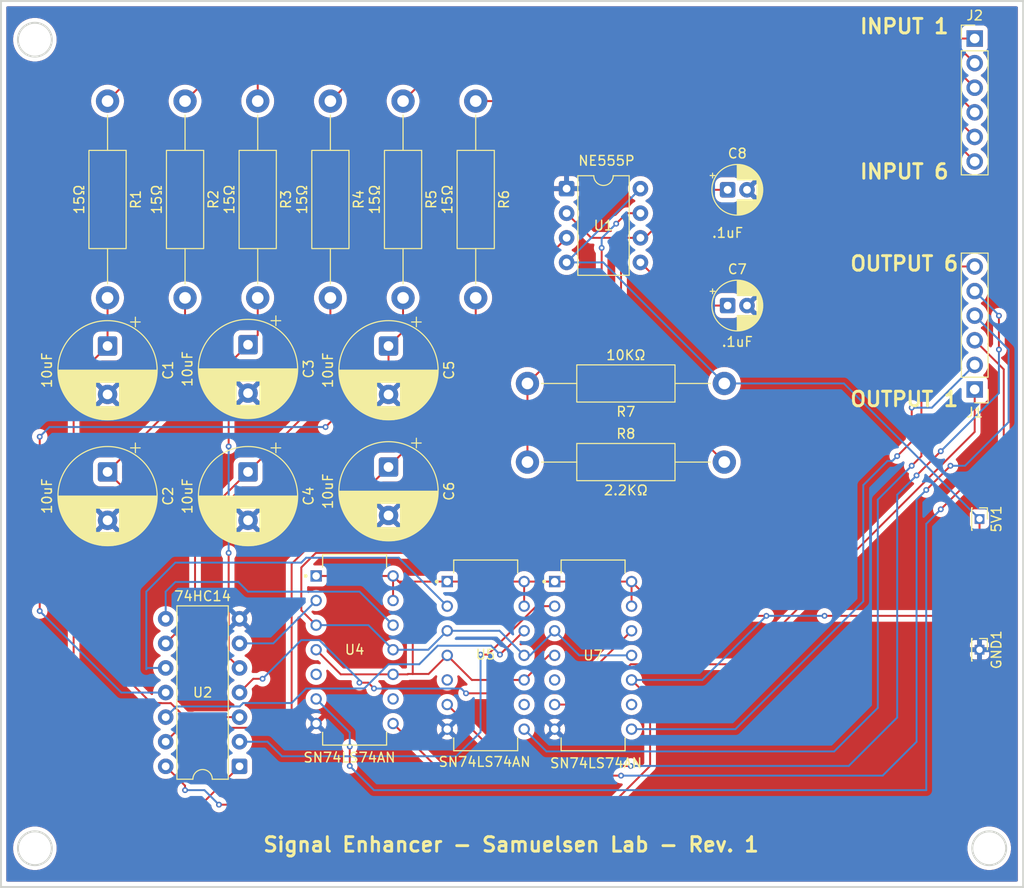
<source format=kicad_pcb>
(kicad_pcb (version 20241229) (generator "pcbnew") (generator_version "9.0")
  (layers (0 "F.Cu" signal) (2 "B.Cu" signal) (13 "F.Paste" user) (15 "B.Paste" user) (5 "F.SilkS" user "F.Silkscreen") (7 "B.SilkS" user "B.Silkscreen") (1 "F.Mask" user) (3 "B.Mask" user) (25 "Edge.Cuts" user))
  (net 0 "")
  (net 7 "Net-(U7-1D)")
  (net 8 "/5V")
  (net 9 "/GND")
  (net 10 "/OUT_6")
  (net 11 "/OUT_5")
  (net 12 "/OUT_3")
  (net 13 "/OUT_2")
  (net 14 "/OUT_1")
  (net 15 "/OUT_4")
  (net 16 "/555_CLK")
  (net 17 "Net-(U5-2D)")
  (net 18 "Net-(U7-2D)")
  (net 19 "Net-(U4-1D)")
  (net 20 "Net-(U4-2D)")
  (net 21 "Net-(U5-1D)")
  (net 22 "/IN_5")
  (net 23 "/IN_3")
  (net 24 "/IN_6")
  (net 25 "/IN_1")
  (net 26 "/IN_2")
  (net 27 "/IN_4")
  (net 28 "/SCHM_1")
  (net 29 "/SCHM_2")
  (net 30 "/SCHM_3")
  (net 31 "/SCHM_4")
  (net 32 "/SCHM_5")
  (net 33 "/SCHM_6")
  (net 34 "/pin_5")
  (net 35 "/pin_6_to_2")
  (net 36 "/r7_to_pin-7")
  (footprint "Library:SN74LS74AN" (layer "F.Cu") (at 70.5 92)
    (property "Reference" "U4" (at 0 0 0) (layer "F.SilkS"))
    (property "Value" "SN74LS74AN" (at -0.53 11.135 0) (layer "F.SilkS"))
    (pad "1" thru_hole rect (at -3.97 -7.62) (size 1.17 1.17) (drill 0.77) (layers "*.Cu" "*.Mask") (net 8 "/5V"))
    (pad "2" thru_hole circle (at -3.97 -5.08) (size 1.17 1.17) (drill 0.77) (layers "*.Cu" "*.Mask") (net 19 "Net-(U4-1D)"))
    (pad "3" thru_hole circle (at -3.97 -2.54) (size 1.17 1.17) (drill 0.77) (layers "*.Cu" "*.Mask") (net 16 "/555_CLK"))
    (pad "4" thru_hole circle (at -3.97 0) (size 1.17 1.17) (drill 0.77) (layers "*.Cu" "*.Mask") (net 8 "/5V"))
    (pad "5" thru_hole circle (at -3.97 2.54) (size 1.17 1.17) (drill 0.77) (layers "*.Cu" "*.Mask"))
    (pad "6" thru_hole circle (at -3.97 5.08) (size 1.17 1.17) (drill 0.77) (layers "*.Cu" "*.Mask") (net 12 "/OUT_3"))
    (pad "7" thru_hole circle (at -3.97 7.62) (size 1.17 1.17) (drill 0.77) (layers "*.Cu" "*.Mask") (net 9 "/GND"))
    (pad "8" thru_hole circle (at 3.97 7.62) (size 1.17 1.17) (drill 0.77) (layers "*.Cu" "*.Mask") (net 15 "/OUT_4"))
    (pad "9" thru_hole circle (at 3.97 5.08) (size 1.17 1.17) (drill 0.77) (layers "*.Cu" "*.Mask"))
    (pad "10" thru_hole circle (at 3.97 2.54) (size 1.17 1.17) (drill 0.77) (layers "*.Cu" "*.Mask") (net 8 "/5V"))
    (pad "11" thru_hole circle (at 3.97 0) (size 1.17 1.17) (drill 0.77) (layers "*.Cu" "*.Mask") (net 16 "/555_CLK"))
    (pad "12" thru_hole circle (at 3.97 -2.54) (size 1.17 1.17) (drill 0.77) (layers "*.Cu" "*.Mask") (net 20 "Net-(U4-2D)"))
    (pad "13" thru_hole circle (at 3.97 -5.08) (size 1.17 1.17) (drill 0.77) (layers "*.Cu" "*.Mask") (net 8 "/5V"))
    (pad "14" thru_hole circle (at 3.97 -7.62) (size 1.17 1.17) (drill 0.77) (layers "*.Cu" "*.Mask") (net 8 "/5V"))
  )
  (footprint "Resistor_THT:R_Axial_DIN0411_L9.9mm_D3.6mm_P20.32mm_Horizontal" (layer "F.Cu") (at 75.5 35.34 -90)
    (property "Reference" "R5" (at 10.16 -2.92 90) (layer "F.SilkS"))
    (property "Value" "15Ω" (at 10.16 2.92 90) (layer "F.SilkS"))
    (pad "1" thru_hole circle (at 0 0 270) (size 2.4 2.4) (drill 1.2) (layers "*.Cu" "*.Mask") (net 22 "/IN_5"))
    (pad "2" thru_hole circle (at 20.32 0 270) (size 2.4 2.4) (drill 1.2) (layers "*.Cu" "*.Mask") (net 32 "/SCHM_5"))
  )
  (footprint "Resistor_THT:R_Axial_DIN0411_L9.9mm_D3.6mm_P20.32mm_Horizontal" (layer "F.Cu") (at 83 35.34 -90)
    (property "Reference" "R6" (at 10.16 -2.92 90) (layer "F.SilkS"))
    (property "Value" "15Ω" (at 10.16 2.92 90) (layer "F.SilkS"))
    (pad "1" thru_hole circle (at 0 0 270) (size 2.4 2.4) (drill 1.2) (layers "*.Cu" "*.Mask") (net 24 "/IN_6"))
    (pad "2" thru_hole circle (at 20.32 0 270) (size 2.4 2.4) (drill 1.2) (layers "*.Cu" "*.Mask") (net 33 "/SCHM_6"))
  )
  (footprint "Capacitor_THT:CP_Radial_D10.0mm_P5.00mm" (layer "F.Cu") (at 59.5 60.5 -90)
    (property "Reference" "C3" (at 2.5 -6.25 90) (layer "F.SilkS"))
    (property "Value" "10uF" (at 2.5 6.25 90) (layer "F.SilkS"))
    (pad "1" thru_hole roundrect (at 0 0 270) (size 2 2) (drill 1) (layers "*.Cu" "*.Mask") (roundrect_rratio 0.125) (net 30 "/SCHM_3"))
    (pad "2" thru_hole circle (at 5 0 270) (size 2 2) (drill 1) (layers "*.Cu" "*.Mask") (net 9 "/GND"))
  )
  (footprint "Resistor_THT:R_Axial_DIN0411_L9.9mm_D3.6mm_P20.32mm_Horizontal" (layer "F.Cu") (at 45 35.34 -90)
    (property "Reference" "R1" (at 10.16 -2.92 90) (layer "F.SilkS"))
    (property "Value" "15Ω" (at 10.16 2.92 90) (layer "F.SilkS"))
    (pad "1" thru_hole circle (at 0 0 270) (size 2.4 2.4) (drill 1.2) (layers "*.Cu" "*.Mask") (net 25 "/IN_1"))
    (pad "2" thru_hole circle (at 20.32 0 270) (size 2.4 2.4) (drill 1.2) (layers "*.Cu" "*.Mask") (net 28 "/SCHM_1"))
  )
  (footprint "Package_DIP:DIP-14_W7.62mm" (layer "F.Cu") (at 58.62 104.04 180)
    (property "Reference" "U2" (at 3.805 7.62 0) (layer "F.SilkS"))
    (property "Value" "74HC14" (at 3.81 17.57 0) (layer "F.SilkS"))
    (pad "1" thru_hole roundrect (at 0 0 180) (size 1.6 1.6) (drill 0.8) (layers "*.Cu" "*.Mask") (roundrect_rratio 0.15625) (net 28 "/SCHM_1"))
    (pad "2" thru_hole circle (at 0 2.54 180) (size 1.6 1.6) (drill 0.8) (layers "*.Cu" "*.Mask") (net 7 "Net-(U7-1D)"))
    (pad "3" thru_hole circle (at 0 5.08 180) (size 1.6 1.6) (drill 0.8) (layers "*.Cu" "*.Mask") (net 29 "/SCHM_2"))
    (pad "4" thru_hole circle (at 0 7.62 180) (size 1.6 1.6) (drill 0.8) (layers "*.Cu" "*.Mask") (net 18 "Net-(U7-2D)"))
    (pad "5" thru_hole circle (at 0 10.16 180) (size 1.6 1.6) (drill 0.8) (layers "*.Cu" "*.Mask") (net 30 "/SCHM_3"))
    (pad "6" thru_hole circle (at 0 12.7 180) (size 1.6 1.6) (drill 0.8) (layers "*.Cu" "*.Mask") (net 19 "Net-(U4-1D)"))
    (pad "7" thru_hole circle (at 0 15.24 180) (size 1.6 1.6) (drill 0.8) (layers "*.Cu" "*.Mask") (net 9 "/GND"))
    (pad "8" thru_hole circle (at 7.62 15.24 180) (size 1.6 1.6) (drill 0.8) (layers "*.Cu" "*.Mask") (net 20 "Net-(U4-2D)"))
    (pad "9" thru_hole circle (at 7.62 12.7 180) (size 1.6 1.6) (drill 0.8) (layers "*.Cu" "*.Mask") (net 31 "/SCHM_4"))
    (pad "10" thru_hole circle (at 7.62 10.16 180) (size 1.6 1.6) (drill 0.8) (layers "*.Cu" "*.Mask") (net 21 "Net-(U5-1D)"))
    (pad "11" thru_hole circle (at 7.62 7.62 180) (size 1.6 1.6) (drill 0.8) (layers "*.Cu" "*.Mask") (net 32 "/SCHM_5"))
    (pad "12" thru_hole circle (at 7.62 5.08 180) (size 1.6 1.6) (drill 0.8) (layers "*.Cu" "*.Mask") (net 17 "Net-(U5-2D)"))
    (pad "13" thru_hole circle (at 7.62 2.54 180) (size 1.6 1.6) (drill 0.8) (layers "*.Cu" "*.Mask") (net 33 "/SCHM_6"))
    (pad "14" thru_hole circle (at 7.62 0 180) (size 1.6 1.6) (drill 0.8) (layers "*.Cu" "*.Mask") (net 8 "/5V"))
  )
  (footprint "Capacitor_THT:CP_Radial_D10.0mm_P5.00mm" (layer "F.Cu") (at 45 73.632323 -90)
    (property "Reference" "C2" (at 2.5 -6.25 90) (layer "F.SilkS"))
    (property "Value" "10uF" (at 2.5 6.25 90) (layer "F.SilkS"))
    (pad "1" thru_hole roundrect (at 0 0 270) (size 2 2) (drill 1) (layers "*.Cu" "*.Mask") (roundrect_rratio 0.125) (net 29 "/SCHM_2"))
    (pad "2" thru_hole circle (at 5 0 270) (size 2 2) (drill 1) (layers "*.Cu" "*.Mask") (net 9 "/GND"))
  )
  (footprint "Resistor_THT:R_Axial_DIN0411_L9.9mm_D3.6mm_P20.32mm_Horizontal" (layer "F.Cu") (at 108.66 64.5 180)
    (property "Reference" "R7" (at 10.16 -2.92 0) (layer "F.SilkS"))
    (property "Value" "10KΩ" (at 10.16 2.92 0) (layer "F.SilkS"))
    (pad "1" thru_hole circle (at 0 0 180) (size 2.4 2.4) (drill 1.2) (layers "*.Cu" "*.Mask") (net 8 "/5V"))
    (pad "2" thru_hole circle (at 20.32 0 180) (size 2.4 2.4) (drill 1.2) (layers "*.Cu" "*.Mask") (net 36 "/r7_to_pin-7"))
  )
  (footprint "Capacitor_THT:CP_Radial_D5.0mm_P2.00mm" (layer "F.Cu") (at 109 56.455112)
    (property "Reference" "C7" (at 1 -3.75 0) (layer "F.SilkS"))
    (property "Value" ".1uF" (at 1 3.75 0) (layer "F.SilkS"))
    (pad "1" thru_hole roundrect (at 0 0) (size 1.6 1.6) (drill 0.8) (layers "*.Cu" "*.Mask") (roundrect_rratio 0.15625) (net 34 "/pin_5"))
    (pad "2" thru_hole circle (at 2 0) (size 1.6 1.6) (drill 0.8) (layers "*.Cu" "*.Mask") (net 9 "/GND"))
  )
  (footprint "Capacitor_THT:CP_Radial_D5.0mm_P2.00mm" (layer "F.Cu") (at 109 44.5)
    (property "Reference" "C8" (at 1 -3.75 0) (layer "F.SilkS"))
    (property "Value" ".1uF" (at 0 4.45 0) (layer "F.SilkS"))
    (pad "1" thru_hole roundrect (at 0 0) (size 1.6 1.6) (drill 0.8) (layers "*.Cu" "*.Mask") (roundrect_rratio 0.15625) (net 35 "/pin_6_to_2"))
    (pad "2" thru_hole circle (at 2 0) (size 1.6 1.6) (drill 0.8) (layers "*.Cu" "*.Mask") (net 9 "/GND"))
  )
  (footprint "Capacitor_THT:CP_Radial_D10.0mm_P5.00mm" (layer "F.Cu") (at 59.5 73.632323 -90)
    (property "Reference" "C4" (at 2.5 -6.25 90) (layer "F.SilkS"))
    (property "Value" "10uF" (at 2.5 6.25 90) (layer "F.SilkS"))
    (pad "1" thru_hole roundrect (at 0 0 270) (size 2 2) (drill 1) (layers "*.Cu" "*.Mask") (roundrect_rratio 0.125) (net 31 "/SCHM_4"))
    (pad "2" thru_hole circle (at 5 0 270) (size 2 2) (drill 1) (layers "*.Cu" "*.Mask") (net 9 "/GND"))
  )
  (footprint "Connector_PinHeader_1.27mm:PinHeader_1x01_P1.27mm_Vertical" (layer "F.Cu") (at 135 92 -90)
    (property "Reference" "GND1" (at 0 -1.745 90) (layer "F.SilkS"))
    (property "Value" "Conn_01x01_Pin")
    (pad "1" thru_hole rect (at 0 0 270) (size 1 1) (drill 0.65) (layers "*.Cu" "*.Mask") (net 9 "/GND"))
  )
  (footprint "Connector_PinHeader_1.27mm:PinHeader_1x01_P1.27mm_Vertical" (layer "F.Cu") (at 135 78.5 -90)
    (property "Reference" "5V1" (at 0 -1.745 90) (layer "F.SilkS"))
    (property "Value" "Conn_01x01_Pin")
    (pad "1" thru_hole rect (at 0 0 270) (size 1 1) (drill 0.65) (layers "*.Cu" "*.Mask") (net 8 "/5V"))
  )
  (footprint "Connector_PinHeader_2.54mm:PinHeader_1x06_P2.54mm_Vertical" (layer "F.Cu") (at 134.5 28.88)
    (property "Reference" "J2" (at 0 -2.38 0) (layer "F.SilkS"))
    (property "Value" "Conn_01x06_Pin")
    (pad "1" thru_hole rect (at 0 0) (size 1.7 1.7) (drill 1) (layers "*.Cu" "*.Mask") (net 25 "/IN_1"))
    (pad "2" thru_hole circle (at 0 2.54) (size 1.7 1.7) (drill 1) (layers "*.Cu" "*.Mask") (net 26 "/IN_2"))
    (pad "3" thru_hole circle (at 0 5.08) (size 1.7 1.7) (drill 1) (layers "*.Cu" "*.Mask") (net 23 "/IN_3"))
    (pad "4" thru_hole circle (at 0 7.62) (size 1.7 1.7) (drill 1) (layers "*.Cu" "*.Mask") (net 27 "/IN_4"))
    (pad "5" thru_hole circle (at 0 10.16) (size 1.7 1.7) (drill 1) (layers "*.Cu" "*.Mask") (net 22 "/IN_5"))
    (pad "6" thru_hole circle (at 0 12.7) (size 1.7 1.7) (drill 1) (layers "*.Cu" "*.Mask") (net 24 "/IN_6"))
  )
  (footprint "Resistor_THT:R_Axial_DIN0411_L9.9mm_D3.6mm_P20.32mm_Horizontal" (layer "F.Cu") (at 53 35.34 -90)
    (property "Reference" "R2" (at 10.16 -2.92 90) (layer "F.SilkS"))
    (property "Value" "15Ω" (at 10.16 2.92 90) (layer "F.SilkS"))
    (pad "1" thru_hole circle (at 0 0 270) (size 2.4 2.4) (drill 1.2) (layers "*.Cu" "*.Mask") (net 26 "/IN_2"))
    (pad "2" thru_hole circle (at 20.32 0 270) (size 2.4 2.4) (drill 1.2) (layers "*.Cu" "*.Mask") (net 29 "/SCHM_2"))
  )
  (footprint "Library:SN74LS74AN" (layer "F.Cu") (at 95.115 92.58)
    (property "Reference" "U7" (at 0 0 0) (layer "F.SilkS"))
    (property "Value" "SN74LS74AN" (at 0.3 11.135 0) (layer "F.SilkS"))
    (pad "1" thru_hole rect (at -3.97 -7.62) (size 1.17 1.17) (drill 0.77) (layers "*.Cu" "*.Mask") (net 8 "/5V"))
    (pad "2" thru_hole circle (at -3.97 -5.08) (size 1.17 1.17) (drill 0.77) (layers "*.Cu" "*.Mask") (net 7 "Net-(U7-1D)"))
    (pad "3" thru_hole circle (at -3.97 -2.54) (size 1.17 1.17) (drill 0.77) (layers "*.Cu" "*.Mask") (net 16 "/555_CLK"))
    (pad "4" thru_hole circle (at -3.97 0) (size 1.17 1.17) (drill 0.77) (layers "*.Cu" "*.Mask") (net 8 "/5V"))
    (pad "5" thru_hole circle (at -3.97 2.54) (size 1.17 1.17) (drill 0.77) (layers "*.Cu" "*.Mask"))
    (pad "6" thru_hole circle (at -3.97 5.08) (size 1.17 1.17) (drill 0.77) (layers "*.Cu" "*.Mask") (net 14 "/OUT_1"))
    (pad "7" thru_hole circle (at -3.97 7.62) (size 1.17 1.17) (drill 0.77) (layers "*.Cu" "*.Mask") (net 9 "/GND"))
    (pad "8" thru_hole circle (at 3.97 7.62) (size 1.17 1.17) (drill 0.77) (layers "*.Cu" "*.Mask") (net 13 "/OUT_2"))
    (pad "9" thru_hole circle (at 3.97 5.08) (size 1.17 1.17) (drill 0.77) (layers "*.Cu" "*.Mask"))
    (pad "10" thru_hole circle (at 3.97 2.54) (size 1.17 1.17) (drill 0.77) (layers "*.Cu" "*.Mask") (net 8 "/5V"))
    (pad "11" thru_hole circle (at 3.97 0) (size 1.17 1.17) (drill 0.77) (layers "*.Cu" "*.Mask") (net 16 "/555_CLK"))
    (pad "12" thru_hole circle (at 3.97 -2.54) (size 1.17 1.17) (drill 0.77) (layers "*.Cu" "*.Mask") (net 18 "Net-(U7-2D)"))
    (pad "13" thru_hole circle (at 3.97 -5.08) (size 1.17 1.17) (drill 0.77) (layers "*.Cu" "*.Mask") (net 8 "/5V"))
    (pad "14" thru_hole circle (at 3.97 -7.62) (size 1.17 1.17) (drill 0.77) (layers "*.Cu" "*.Mask") (net 8 "/5V"))
  )
  (footprint "Resistor_THT:R_Axial_DIN0411_L9.9mm_D3.6mm_P20.32mm_Horizontal" (layer "F.Cu") (at 88.34 72.62)
    (property "Reference" "R8" (at 10.16 -2.92 0) (layer "F.SilkS"))
    (property "Value" "2.2KΩ" (at 10.16 2.92 0) (layer "F.SilkS"))
    (pad "1" thru_hole circle (at 0 0) (size 2.4 2.4) (drill 1.2) (layers "*.Cu" "*.Mask") (net 36 "/r7_to_pin-7"))
    (pad "2" thru_hole circle (at 20.32 0) (size 2.4 2.4) (drill 1.2) (layers "*.Cu" "*.Mask") (net 35 "/pin_6_to_2"))
  )
  (footprint "Capacitor_THT:CP_Radial_D10.0mm_P5.00mm" (layer "F.Cu") (at 74 73.132323 -90)
    (property "Reference" "C6" (at 2.5 -6.25 90) (layer "F.SilkS"))
    (property "Value" "10uF" (at 2.5 6.25 90) (layer "F.SilkS"))
    (pad "1" thru_hole roundrect (at 0 0 270) (size 2 2) (drill 1) (layers "*.Cu" "*.Mask") (roundrect_rratio 0.125) (net 33 "/SCHM_6"))
    (pad "2" thru_hole circle (at 5 0 270) (size 2 2) (drill 1) (layers "*.Cu" "*.Mask") (net 9 "/GND"))
  )
  (footprint "Resistor_THT:R_Axial_DIN0411_L9.9mm_D3.6mm_P20.32mm_Horizontal" (layer "F.Cu") (at 60.5 35.34 -90)
    (property "Reference" "R3" (at 10.16 -2.92 90) (layer "F.SilkS"))
    (property "Value" "15Ω" (at 10.16 2.92 90) (layer "F.SilkS"))
    (pad "1" thru_hole circle (at 0 0 270) (size 2.4 2.4) (drill 1.2) (layers "*.Cu" "*.Mask") (net 23 "/IN_3"))
    (pad "2" thru_hole circle (at 20.32 0 270) (size 2.4 2.4) (drill 1.2) (layers "*.Cu" "*.Mask") (net 30 "/SCHM_3"))
  )
  (footprint "Capacitor_THT:CP_Radial_D10.0mm_P5.00mm" (layer "F.Cu") (at 74 60.632323 -90)
    (property "Reference" "C5" (at 2.5 -6.25 90) (layer "F.SilkS"))
    (property "Value" "10uF" (at 2.5 6.25 90) (layer "F.SilkS"))
    (pad "1" thru_hole roundrect (at 0 0 270) (size 2 2) (drill 1) (layers "*.Cu" "*.Mask") (roundrect_rratio 0.125) (net 32 "/SCHM_5"))
    (pad "2" thru_hole circle (at 5 0 270) (size 2 2) (drill 1) (layers "*.Cu" "*.Mask") (net 9 "/GND"))
  )
  (footprint "Connector_PinHeader_2.54mm:PinHeader_1x06_P2.54mm_Vertical" (layer "F.Cu") (at 134.5 65.12 180)
    (property "Reference" "J1" (at 0 -2.38 0) (layer "F.SilkS"))
    (property "Value" "Conn_01x06_Pin")
    (pad "1" thru_hole rect (at 0 0 180) (size 1.7 1.7) (drill 1) (layers "*.Cu" "*.Mask") (net 14 "/OUT_1"))
    (pad "2" thru_hole circle (at 0 2.54 180) (size 1.7 1.7) (drill 1) (layers "*.Cu" "*.Mask") (net 13 "/OUT_2"))
    (pad "3" thru_hole circle (at 0 5.08 180) (size 1.7 1.7) (drill 1) (layers "*.Cu" "*.Mask") (net 12 "/OUT_3"))
    (pad "4" thru_hole circle (at 0 7.62 180) (size 1.7 1.7) (drill 1) (layers "*.Cu" "*.Mask") (net 15 "/OUT_4"))
    (pad "5" thru_hole circle (at 0 10.16 180) (size 1.7 1.7) (drill 1) (layers "*.Cu" "*.Mask") (net 11 "/OUT_5"))
    (pad "6" thru_hole circle (at 0 12.7 180) (size 1.7 1.7) (drill 1) (layers "*.Cu" "*.Mask") (net 10 "/OUT_6"))
  )
  (footprint "Library:SN74LS74AN" (layer "F.Cu") (at 84.03 92.58)
    (property "Reference" "U5" (at -0.03 -0.08 0) (layer "F.SilkS"))
    (property "Value" "SN74LS74AN" (at -0.115 11 0) (layer "F.SilkS"))
    (pad "1" thru_hole rect (at -3.97 -7.62) (size 1.17 1.17) (drill 0.77) (layers "*.Cu" "*.Mask") (net 8 "/5V"))
    (pad "2" thru_hole circle (at -3.97 -5.08) (size 1.17 1.17) (drill 0.77) (layers "*.Cu" "*.Mask") (net 21 "Net-(U5-1D)"))
    (pad "3" thru_hole circle (at -3.97 -2.54) (size 1.17 1.17) (drill 0.77) (layers "*.Cu" "*.Mask") (net 16 "/555_CLK"))
    (pad "4" thru_hole circle (at -3.97 0) (size 1.17 1.17) (drill 0.77) (layers "*.Cu" "*.Mask") (net 8 "/5V"))
    (pad "5" thru_hole circle (at -3.97 2.54) (size 1.17 1.17) (drill 0.77) (layers "*.Cu" "*.Mask"))
    (pad "6" thru_hole circle (at -3.97 5.08) (size 1.17 1.17) (drill 0.77) (layers "*.Cu" "*.Mask") (net 11 "/OUT_5"))
    (pad "7" thru_hole circle (at -3.97 7.62) (size 1.17 1.17) (drill 0.77) (layers "*.Cu" "*.Mask") (net 9 "/GND"))
    (pad "8" thru_hole circle (at 3.97 7.62) (size 1.17 1.17) (drill 0.77) (layers "*.Cu" "*.Mask") (net 10 "/OUT_6"))
    (pad "9" thru_hole circle (at 3.97 5.08) (size 1.17 1.17) (drill 0.77) (layers "*.Cu" "*.Mask"))
    (pad "10" thru_hole circle (at 3.97 2.54) (size 1.17 1.17) (drill 0.77) (layers "*.Cu" "*.Mask") (net 8 "/5V"))
    (pad "11" thru_hole circle (at 3.97 0) (size 1.17 1.17) (drill 0.77) (layers "*.Cu" "*.Mask") (net 16 "/555_CLK"))
    (pad "12" thru_hole circle (at 3.97 -2.54) (size 1.17 1.17) (drill 0.77) (layers "*.Cu" "*.Mask") (net 17 "Net-(U5-2D)"))
    (pad "13" thru_hole circle (at 3.97 -5.08) (size 1.17 1.17) (drill 0.77) (layers "*.Cu" "*.Mask") (net 8 "/5V"))
    (pad "14" thru_hole circle (at 3.97 -7.62) (size 1.17 1.17) (drill 0.77) (layers "*.Cu" "*.Mask") (net 8 "/5V"))
  )
  (footprint "Package_DIP:DIP-8_W7.62mm" (layer "F.Cu") (at 92.38 44.38)
    (property "Reference" "U1" (at 3.805 3.81 0) (layer "F.SilkS"))
    (property "Value" "NE555P" (at 4.12 -2.88 0) (layer "F.SilkS"))
    (pad "1" thru_hole roundrect (at 0 0) (size 1.6 1.6) (drill 0.8) (layers "*.Cu" "*.Mask") (roundrect_rratio 0.15625) (net 9 "/GND"))
    (pad "2" thru_hole circle (at 0 2.54) (size 1.6 1.6) (drill 0.8) (layers "*.Cu" "*.Mask") (net 35 "/pin_6_to_2"))
    (pad "3" thru_hole circle (at 0 5.08) (size 1.6 1.6) (drill 0.8) (layers "*.Cu" "*.Mask") (net 16 "/555_CLK"))
    (pad "4" thru_hole circle (at 0 7.62) (size 1.6 1.6) (drill 0.8) (layers "*.Cu" "*.Mask") (net 8 "/5V"))
    (pad "5" thru_hole circle (at 7.62 7.62) (size 1.6 1.6) (drill 0.8) (layers "*.Cu" "*.Mask") (net 34 "/pin_5"))
    (pad "6" thru_hole circle (at 7.62 5.08) (size 1.6 1.6) (drill 0.8) (layers "*.Cu" "*.Mask") (net 35 "/pin_6_to_2"))
    (pad "7" thru_hole circle (at 7.62 2.54) (size 1.6 1.6) (drill 0.8) (layers "*.Cu" "*.Mask") (net 36 "/r7_to_pin-7"))
    (pad "8" thru_hole circle (at 7.62 0) (size 1.6 1.6) (drill 0.8) (layers "*.Cu" "*.Mask") (net 8 "/5V"))
  )
  (footprint "Capacitor_THT:CP_Radial_D10.0mm_P5.00mm" (layer "F.Cu") (at 45 60.632323 -90)
    (property "Reference" "C1" (at 2.5 -6.25 90) (layer "F.SilkS"))
    (property "Value" "10uF" (at 2.5 6.25 90) (layer "F.SilkS"))
    (pad "1" thru_hole roundrect (at 0 0 270) (size 2 2) (drill 1) (layers "*.Cu" "*.Mask") (roundrect_rratio 0.125) (net 28 "/SCHM_1"))
    (pad "2" thru_hole circle (at 5 0 270) (size 2 2) (drill 1) (layers "*.Cu" "*.Mask") (net 9 "/GND"))
  )
  (footprint "Resistor_THT:R_Axial_DIN0411_L9.9mm_D3.6mm_P20.32mm_Horizontal" (layer "F.Cu") (at 68 35.34 -90)
    (property "Reference" "R4" (at 10.16 -2.92 90) (layer "F.SilkS"))
    (property "Value" "15Ω" (at 10.16 2.92 90) (layer "F.SilkS"))
    (pad "1" thru_hole circle (at 0 0 270) (size 2.4 2.4) (drill 1.2) (layers "*.Cu" "*.Mask") (net 27 "/IN_4"))
    (pad "2" thru_hole circle (at 20.32 0 270) (size 2.4 2.4) (drill 1.2) (layers "*.Cu" "*.Mask") (net 31 "/SCHM_4"))
  )
  (gr_circle (center 37.5 29) (end 39.25 29) (stroke (width 0.2)) (fill no) (layer "Edge.Cuts"))
  (gr_line (start 139.5 25) (end 34 25) (stroke (width 0.2)) (layer "Edge.Cuts"))
  (gr_circle (center 37.5 112.5) (end 39.25 112.5) (stroke (width 0.2)) (fill no) (layer "Edge.Cuts"))
  (gr_circle (center 136 112.5) (end 137.75 112.5) (stroke (width 0.2)) (fill no) (layer "Edge.Cuts"))
  (gr_line (start 139.5 116.5) (end 139.5 25) (stroke (width 0.2)) (layer "Edge.Cuts"))
  (gr_line (start 34 25) (end 34 116.5) (stroke (width 0.2)) (layer "Edge.Cuts"))
  (gr_line (start 34 116.5) (end 139.5 116.5) (stroke (width 0.2)) (layer "Edge.Cuts"))
  (gr_text "INPUT 6" (at 122.5 43.5 0) (layer "F.SilkS") (effects (font (size 1.5 1.5) (thickness 0.3) (bold yes)) (justify left bottom)))
  (gr_text "Signal Enhancer - Samuelsen Lab - Rev. 1" (at 60.914287 113 0) (layer "F.SilkS") (effects (font (size 1.5 1.5) (thickness 0.3) (bold yes)) (justify left bottom)))
  (gr_text "OUTPUT 1 " (at 121.5 67 0) (layer "F.SilkS") (effects (font (size 1.5 1.5) (thickness 0.3) (bold yes)) (justify left bottom)))
  (gr_text "OUTPUT 6" (at 121.5 53 0) (layer "F.SilkS") (effects (font (size 1.5 1.5) (thickness 0.3) (bold yes)) (justify left bottom)))
  (gr_text "INPUT 1 " (at 122.5 28.5 0) (layer "F.SilkS") (effects (font (size 1.5 1.5) (thickness 0.3) (bold yes)) (justify left bottom)))
  (segment (start 83.5 92.5) (end 84.252994 92.5) (width 0.2) (layer "F.Cu") (net 7))
  (segment (start 84.252994 92.5) (end 89.252994 87.5) (width 0.2) (layer "F.Cu") (net 7))
  (segment (start 89.252994 87.5) (end 91.145 87.5) (width 0.2) (layer "F.Cu") (net 7))
  (via (at 83.5 92.5) (size 0.6) (drill 0.3) (layers "F.Cu" "B.Cu") (net 7))
  (segment (start 83 101) (end 83.5 100.5) (width 0.2) (layer "B.Cu") (net 7))
  (segment (start 83.5 100.5) (end 83.5 92.5) (width 0.2) (layer "B.Cu") (net 7))
  (segment (start 61.5 101.5) (end 63 103) (width 0.2) (layer "B.Cu") (net 7))
  (segment (start 58.62 101.5) (end 61.5 101.5) (width 0.2) (layer "B.Cu") (net 7))
  (segment (start 81 103) (end 83 101) (width 0.2) (layer "B.Cu") (net 7))
  (segment (start 63 103) (end 81 103) (width 0.2) (layer "B.Cu") (net 7))
  (segment (start 74.47 84.38) (end 74.47 86.92) (width 0.2) (layer "F.Cu") (net 8))
  (segment (start 113 88.5) (end 102.625 88.5) (width 0.2) (layer "F.Cu") (net 8))
  (segment (start 69.07 94.54) (end 66.53 92) (width 0.2) (layer "F.Cu") (net 8))
  (segment (start 135 78.5) (end 135 84.5) (width 0.2) (layer "F.Cu") (net 8))
  (segment (start 66.53 84.38) (end 74.47 84.38) (width 0.2) (layer "F.Cu") (net 8))
  (segment (start 80.06 84.96) (end 88 84.96) (width 0.2) (layer "F.Cu") (net 8))
  (segment (start 101 97) (end 100.965 97) (width 0.2) (layer "F.Cu") (net 8))
  (segment (start 78.14 94.5) (end 76.5 94.5) (width 0.2) (layer "F.Cu") (net 8))
  (segment (start 88 95.12) (end 90.54 92.58) (width 0.2) (layer "F.Cu") (net 8))
  (segment (start 74.47 94.54) (end 69.07 94.54) (width 0.2) (layer "F.Cu") (net 8))
  (segment (start 80.06 92.58) (end 78.14 94.5) (width 0.2) (layer "F.Cu") (net 8))
  (segment (start 75.96 94.54) (end 74.47 94.54) (width 0.2) (layer "F.Cu") (net 8))
  (segment (start 99.085 87.5) (end 99.085 84.96) (width 0.2) (layer "F.Cu") (net 8))
  (segment (start 90.54 92.58) (end 91.145 92.58) (width 0.2) (layer "F.Cu") (net 8))
  (segment (start 88 84.96) (end 91.145 84.96) (width 0.2) (layer "F.Cu") (net 8))
  (segment (start 56.5 108) (end 97 108) (width 0.2) (layer "F.Cu") (net 8))
  (segment (start 88 87.5) (end 88 84.96) (width 0.2) (layer "F.Cu") (net 8))
  (segment (start 131 88.5) (end 119 88.5) (width 0.2) (layer "F.Cu") (net 8))
  (segment (start 53 106.04) (end 53 106.5) (width 0.2) (layer "F.Cu") (net 8))
  (segment (start 135 84.5) (end 131 88.5) (width 0.2) (layer "F.Cu") (net 8))
  (segment (start 75.05 84.96) (end 74.47 84.38) (width 0.2) (layer "F.Cu") (net 8))
  (segment (start 74.47 84.38) (end 76.5 86.41) (width 0.2) (layer "F.Cu") (net 8))
  (segment (start 100.965 97) (end 99.085 95.12) (width 0.2) (layer "F.Cu") (net 8))
  (segment (start 97 108) (end 101 104) (width 0.2) (layer "F.Cu") (net 8))
  (segment (start 88 95.12) (end 82.6 95.12) (width 0.2) (layer "F.Cu") (net 8))
  (segment (start 101 104) (end 101 97) (width 0.2) (layer "F.Cu") (net 8))
  (segment (start 82.6 95.12) (end 80.06 92.58) (width 0.2) (layer "F.Cu") (net 8))
  (segment (start 76.5 94.5) (end 76 94.5) (width 0.2) (layer "F.Cu") (net 8))
  (segment (start 102.625 88.5) (end 99.085 84.96) (width 0.2) (layer "F.Cu") (net 8))
  (segment (start 80.06 84.96) (end 75.05 84.96) (width 0.2) (layer "F.Cu") (net 8))
  (segment (start 76.5 86.41) (end 76.5 94.5) (width 0.2) (layer "F.Cu") (net 8))
  (segment (start 51 104.04) (end 53 106.04) (width 0.2) (layer "F.Cu") (net 8))
  (segment (start 76 94.5) (end 75.96 94.54) (width 0.2) (layer "F.Cu") (net 8))
  (segment (start 91.145 84.96) (end 99.085 84.96) (width 0.2) (layer "F.Cu") (net 8))
  (via (at 119 88.5) (size 0.6) (drill 0.3) (layers "F.Cu" "B.Cu") (net 8))
  (via (at 113 88.5) (size 0.6) (drill 0.3) (layers "F.Cu" "B.Cu") (net 8))
  (via (at 53 106.5) (size 0.6) (drill 0.3) (layers "F.Cu" "B.Cu") (net 8))
  (via (at 56.5 108) (size 0.6) (drill 0.3) (layers "F.Cu" "B.Cu") (net 8))
  (segment (start 121 64.5) (end 135 78.5) (width 0.2) (layer "B.Cu") (net 8))
  (segment (start 108.66 64.5) (end 121 64.5) (width 0.2) (layer "B.Cu") (net 8))
  (segment (start 106.38 95.12) (end 113 88.5) (width 0.2) (layer "B.Cu") (net 8))
  (segment (start 99.085 95.12) (end 106.38 95.12) (width 0.2) (layer "B.Cu") (net 8))
  (segment (start 55 106.5) (end 56.5 108) (width 0.2) (layer "B.Cu") (net 8))
  (segment (start 53 106.5) (end 55 106.5) (width 0.2) (layer "B.Cu") (net 8))
  (segment (start 96.16 52) (end 108.66 64.5) (width 0.2) (layer "B.Cu") (net 8))
  (segment (start 92.38 52) (end 96.16 52) (width 0.2) (layer "B.Cu") (net 8))
  (segment (start 119 88.5) (end 113 88.5) (width 0.2) (layer "B.Cu") (net 8))
  (segment (start 100 44.38) (end 92.38 52) (width 0.2) (layer "B.Cu") (net 8))
  (segment (start 128 73) (end 129 72) (width 0.2) (layer "F.Cu") (net 10))
  (segment (start 130.58 52.42) (end 134.5 52.42) (width 0.2) (layer "F.Cu") (net 10))
  (segment (start 129 72) (end 129 54) (width 0.2) (layer "F.Cu") (net 10))
  (segment (start 129 54) (end 130.58 52.42) (width 0.2) (layer "F.Cu") (net 10))
  (via (at 128 73) (size 0.6) (drill 0.3) (layers "F.Cu" "B.Cu") (net 10))
  (segment (start 124 98.5) (end 124.5 98) (width 0.2) (layer "B.Cu") (net 10))
  (segment (start 90.3 102.5) (end 106.5 102.5) (width 0.2) (layer "B.Cu") (net 10))
  (segment (start 124.5 76.5) (end 128 73) (width 0.2) (layer "B.Cu") (net 10))
  (segment (start 120 102.5) (end 124 98.5) (width 0.2) (layer "B.Cu") (net 10))
  (segment (start 88 100.2) (end 90.3 102.5) (width 0.2) (layer "B.Cu") (net 10))
  (segment (start 124.5 98) (end 124.5 78) (width 0.2) (layer "B.Cu") (net 10))
  (segment (start 124.5 78) (end 124.5 76.5) (width 0.2) (layer "B.Cu") (net 10))
  (segment (start 106.5 102.5) (end 120 102.5) (width 0.2) (layer "B.Cu") (net 10))
  (segment (start 86.4 104) (end 99 104) (width 0.2) (layer "F.Cu") (net 11))
  (segment (start 137 61) (end 137 57.5) (width 0.2) (layer "F.Cu") (net 11))
  (segment (start 80.06 97.66) (end 86.4 104) (width 0.2) (layer "F.Cu") (net 11))
  (segment (start 128.5 74) (end 131 71.5) (width 0.2) (layer "F.Cu") (net 11))
  (via (at 99 104) (size 0.6) (drill 0.3) (layers "F.Cu" "B.Cu") (net 11))
  (via (at 137 61) (size 0.6) (drill 0.3) (layers "F.Cu" "B.Cu") (net 11))
  (via (at 131 71.5) (size 0.6) (drill 0.3) (layers "F.Cu" "B.Cu") (net 11))
  (via (at 137 57.5) (size 0.6) (drill 0.3) (layers "F.Cu" "B.Cu") (net 11))
  (via (at 128.5 74) (size 0.6) (drill 0.3) (layers "F.Cu" "B.Cu") (net 11))
  (segment (start 126.5 99) (end 126.5 76.5) (width 0.2) (layer "B.Cu") (net 11))
  (segment (start 126.5 76) (end 128.5 74) (width 0.2) (layer "B.Cu") (net 11))
  (segment (start 99 104) (end 121.5 104) (width 0.2) (layer "B.Cu") (net 11))
  (segment (start 137 65.5) (end 137 61) (width 0.2) (layer "B.Cu") (net 11))
  (segment (start 137 57.46) (end 134.5 54.96) (width 0.2) (layer "B.Cu") (net 11))
  (segment (start 121.5 104) (end 126 99.5) (width 0.2) (layer "B.Cu") (net 11))
  (segment (start 131 71.5) (end 137 65.5) (width 0.2) (layer "B.Cu") (net 11))
  (segment (start 126.5 76.5) (end 126.5 76) (width 0.2) (layer "B.Cu") (net 11))
  (segment (start 126 99.5) (end 126.5 99) (width 0.2) (layer "B.Cu") (net 11))
  (segment (start 137 57.5) (end 137 57.46) (width 0.2) (layer "B.Cu") (net 11))
  (segment (start 137.5 73) (end 137.5 63.04) (width 0.2) (layer "F.Cu") (net 12))
  (segment (start 137.5 63.04) (end 134.5 60.04) (width 0.2) (layer "F.Cu") (net 12))
  (segment (start 70 102) (end 70 104) (width 0.2) (layer "F.Cu") (net 12))
  (segment (start 134.5 74) (end 136.5 74) (width 0.2) (layer "F.Cu") (net 12))
  (segment (start 131 77.5) (end 134.5 74) (width 0.2) (layer "F.Cu") (net 12))
  (segment (start 136.5 74) (end 137.5 73) (width 0.2) (layer "F.Cu") (net 12))
  (via (at 70 104) (size 0.6) (drill 0.3) (layers "F.Cu" "B.Cu") (net 12))
  (via (at 70 102) (size 0.6) (drill 0.3) (layers "F.Cu" "B.Cu") (net 12))
  (via (at 131 77.5) (size 0.6) (drill 0.3) (layers "F.Cu" "B.Cu") (net 12))
  (segment (start 129.5 106.5) (end 129.5 79) (width 0.2) (layer "B.Cu") (net 12))
  (segment (start 70 104) (end 72.5 106.5) (width 0.2) (layer "B.Cu") (net 12))
  (segment (start 66.53 97.08) (end 70 100.55) (width 0.2) (layer "B.Cu") (net 12))
  (segment (start 129.5 79) (end 131 77.5) (width 0.2) (layer "B.Cu") (net 12))
  (segment (start 72.5 106.5) (end 129.5 106.5) (width 0.2) (layer "B.Cu") (net 12))
  (segment (start 70 100.55) (end 70 102) (width 0.2) (layer "B.Cu") (net 12))
  (segment (start 128 70.5) (end 128 67) (width 0.2) (layer "F.Cu") (net 13))
  (segment (start 126.5 72) (end 128 70.5) (width 0.2) (layer "F.Cu") (net 13))
  (via (at 126.5 72) (size 0.6) (drill 0.3) (layers "F.Cu" "B.Cu") (net 13))
  (via (at 128 67) (size 0.6) (drill 0.3) (layers "F.Cu" "B.Cu") (net 13))
  (segment (start 125.5 72.5) (end 126 72.5) (width 0.2) (layer "B.Cu") (net 13))
  (segment (start 130.08 67) (end 134.5 62.58) (width 0.2) (layer "B.Cu") (net 13))
  (segment (start 120 90) (end 123 87) (width 0.2) (layer "B.Cu") (net 13))
  (segment (start 99.085 100.2) (end 109.8 100.2) (width 0.2) (layer "B.Cu") (net 13))
  (segment (start 123 87) (end 123 75) (width 0.2) (layer "B.Cu") (net 13))
  (segment (start 128 67) (end 130.08 67) (width 0.2) (layer "B.Cu") (net 13))
  (segment (start 123 75) (end 125.5 72.5) (width 0.2) (layer "B.Cu") (net 13))
  (segment (start 126 72.5) (end 126.5 72) (width 0.2) (layer "B.Cu") (net 13))
  (segment (start 109.8 100.2) (end 120 90) (width 0.2) (layer "B.Cu") (net 13))
  (segment (start 94.84 97.66) (end 99 93.5) (width 0.2) (layer "F.Cu") (net 14))
  (segment (start 111.5 93.5) (end 111.5 92.5) (width 0.2) (layer "F.Cu") (net 14))
  (segment (start 91.145 97.66) (end 94.84 97.66) (width 0.2) (layer "F.Cu") (net 14))
  (segment (start 99 93.5) (end 111.5 93.5) (width 0.2) (layer "F.Cu") (net 14))
  (segment (start 134.5 69.5) (end 134.5 65.12) (width 0.2) (layer "F.Cu") (net 14))
  (segment (start 111.5 92.5) (end 134.5 69.5) (width 0.2) (layer "F.Cu") (net 14))
  (segment (start 79.85 105) (end 98 105) (width 0.2) (layer "F.Cu") (net 15))
  (segment (start 129.5 75.5) (end 132 73) (width 0.2) (layer "F.Cu") (net 15))
  (segment (start 74.47 99.62) (end 79.85 105) (width 0.2) (layer "F.Cu") (net 15))
  (via (at 132 73) (size 0.6) (drill 0.3) (layers "F.Cu" "B.Cu") (net 15))
  (via (at 98 105) (size 0.6) (drill 0.3) (layers "F.Cu" "B.Cu") (net 15))
  (via (at 129.5 75.5) (size 0.6) (drill 0.3) (layers "F.Cu" "B.Cu") (net 15))
  (segment (start 128.5 101.5) (end 128.5 76.5) (width 0.2) (layer "B.Cu") (net 15))
  (segment (start 138 68.5) (end 138 61) (width 0.2) (layer "B.Cu") (net 15))
  (segment (start 128.5 76.5) (end 129.5 75.5) (width 0.2) (layer "B.Cu") (net 15))
  (segment (start 125 105) (end 126.5 103.5) (width 0.2) (layer "B.Cu") (net 15))
  (segment (start 98 105) (end 125 105) (width 0.2) (layer "B.Cu") (net 15))
  (segment (start 132 73) (end 133.5 73) (width 0.2) (layer "B.Cu") (net 15))
  (segment (start 126.5 103.5) (end 128.5 101.5) (width 0.2) (layer "B.Cu") (net 15))
  (segment (start 133.5 73) (end 138 68.5) (width 0.2) (layer "B.Cu") (net 15))
  (segment (start 138 61) (end 134.5 57.5) (width 0.2) (layer "B.Cu") (net 15))
  (segment (start 85.5 74.5) (end 78 82) (width 0.2) (layer "F.Cu") (net 16))
  (segment (start 65 87.93) (end 66.53 89.46) (width 0.2) (layer "F.Cu") (net 16))
  (segment (start 66.5 82) (end 65 83.5) (width 0.2) (layer "F.Cu") (net 16))
  (segment (start 92.38 49.46) (end 85.5 56.34) (width 0.2) (layer "F.Cu") (net 16))
  (segment (start 65 83.5) (end 65 87.93) (width 0.2) (layer "F.Cu") (net 16))
  (segment (start 85.5 56.34) (end 85.5 74.5) (width 0.2) (layer "F.Cu") (net 16))
  (segment (start 78 82) (end 66.5 82) (width 0.2) (layer "F.Cu") (net 16))
  (segment (start 88 92.58) (end 88.605 92.58) (width 0.2) (layer "B.Cu") (net 16))
  (segment (start 80.06 90.04) (end 85.46 90.04) (width 0.2) (layer "B.Cu") (net 16))
  (segment (start 71.93 89.46) (end 74.47 92) (width 0.2) (layer "B.Cu") (net 16))
  (segment (start 91.145 90.04) (end 93.685 92.58) (width 0.2) (layer "B.Cu") (net 16))
  (segment (start 66.53 89.46) (end 71.93 89.46) (width 0.2) (layer "B.Cu") (net 16))
  (segment (start 85.46 90.04) (end 88 92.58) (width 0.2) (layer "B.Cu") (net 16))
  (segment (start 88.605 92.58) (end 91.145 90.04) (width 0.2) (layer "B.Cu") (net 16))
  (segment (start 74.47 92) (end 78.1 92) (width 0.2) (layer "B.Cu") (net 16))
  (segment (start 78.1 92) (end 80.06 90.04) (width 0.2) (layer "B.Cu") (net 16))
  (segment (start 93.685 92.58) (end 99.085 92.58) (width 0.2) (layer "B.Cu") (net 16))
  (segment (start 85.5 92.5) (end 86 92) (width 0.2) (layer "F.Cu") (net 17))
  (segment (start 86 92) (end 86.04 92) (width 0.2) (layer "F.Cu") (net 17))
  (segment (start 86.04 92) (end 88 90.04) (width 0.2) (layer "F.Cu") (net 17))
  (via (at 85.5 92.5) (size 0.6) (drill 0.3) (layers "F.Cu" "B.Cu") (net 17))
  (segment (start 59 97.5) (end 64 97.5) (width 0.2) (layer "B.Cu") (net 17))
  (segment (start 77.1671 93.5) (end 79.08355 91.58355) (width 0.2) (layer "B.Cu") (net 17))
  (segment (start 58.641 97.859) (end 59 97.5) (width 0.2) (layer "B.Cu") (net 17))
  (segment (start 65.5 96) (end 71.5 96) (width 0.2) (layer "B.Cu") (net 17))
  (segment (start 64 97.5) (end 65.5 96) (width 0.2) (layer "B.Cu") (net 17))
  (segment (start 51 98.96) (end 52.101 97.859) (width 0.2) (layer "B.Cu") (net 17))
  (segment (start 74 93.5) (end 77.1671 93.5) (width 0.2) (layer "B.Cu") (net 17))
  (segment (start 52.101 97.859) (end 58.641 97.859) (width 0.2) (layer "B.Cu") (net 17))
  (segment (start 71.5 96) (end 74 93.5) (width 0.2) (layer "B.Cu") (net 17))
  (segment (start 79.08355 91.58355) (end 84.58355 91.58355) (width 0.2) (layer "B.Cu") (net 17))
  (segment (start 84.58355 91.58355) (end 85.5 92.5) (width 0.2) (layer "B.Cu") (net 17))
  (segment (start 71.9 95.4) (end 72.5 96) (width 0.2) (layer "F.Cu") (net 18))
  (segment (start 58.62 96.42) (end 60.04 95) (width 0.2) (layer "F.Cu") (net 18))
  (segment (start 82 96.5) (end 93 96.5) (width 0.2) (layer "F.Cu") (net 18))
  (segment (start 60.04 95) (end 61 95) (width 0.2) (layer "F.Cu") (net 18))
  (segment (start 95.5 94) (end 95.5 93.625) (width 0.2) (layer "F.Cu") (net 18))
  (segment (start 95.5 93.625) (end 99.085 90.04) (width 0.2) (layer "F.Cu") (net 18))
  (segment (start 71 95.4) (end 71.9 95.4) (width 0.2) (layer "F.Cu") (net 18))
  (segment (start 93 96.5) (end 95.5 94) (width 0.2) (layer "F.Cu") (net 18))
  (via (at 61 95) (size 0.6) (drill 0.3) (layers "F.Cu" "B.Cu") (net 18))
  (via (at 72.5 96) (size 0.6) (drill 0.3) (layers "F.Cu" "B.Cu") (net 18))
  (via (at 82 96.5) (size 0.6) (drill 0.3) (layers "F.Cu" "B.Cu") (net 18))
  (via (at 71 95.4) (size 0.6) (drill 0.3) (layers "F.Cu" "B.Cu") (net 18))
  (segment (start 65.5 91) (end 66.86 91) (width 0.2) (layer "B.Cu") (net 18))
  (segment (start 81.506 96.006) (end 82 96.5) (width 0.2) (layer "B.Cu") (net 18))
  (segment (start 72.5 96) (end 72.506 96.006) (width 0.2) (layer "B.Cu") (net 18))
  (segment (start 71 95.14) (end 71 95.4) (width 0.2) (layer "B.Cu") (net 18))
  (segment (start 65 91) (end 65.5 91) (width 0.2) (layer "B.Cu") (net 18))
  (segment (start 61 95) (end 65 91) (width 0.2) (layer "B.Cu") (net 18))
  (segment (start 66.86 91) (end 71 95.14) (width 0.2) (layer "B.Cu") (net 18))
  (segment (start 72.506 96.006) (end 81.506 96.006) (width 0.2) (layer "B.Cu") (net 18))
  (segment (start 62.11 91.34) (end 66.53 86.92) (width 0.2) (layer "B.Cu") (net 19))
  (segment (start 58.62 91.34) (end 62.11 91.34) (width 0.2) (layer "B.Cu") (net 19))
  (segment (start 51 88.8) (end 51 86) (width 0.2) (layer "B.Cu") (net 20))
  (segment (start 52 85) (end 58.5 85) (width 0.2) (layer "B.Cu") (net 20))
  (segment (start 59.5 86) (end 71.01 86) (width 0.2) (layer "B.Cu") (net 20))
  (segment (start 71.01 86) (end 74.47 89.46) (width 0.2) (layer "B.Cu") (net 20))
  (segment (start 51 86) (end 52 85) (width 0.2) (layer "B.Cu") (net 20))
  (segment (start 58.5 85) (end 59.5 86) (width 0.2) (layer "B.Cu") (net 20))
  (segment (start 52 83) (end 65 83) (width 0.2) (layer "B.Cu") (net 21))
  (segment (start 49 86) (end 52 83) (width 0.2) (layer "B.Cu") (net 21))
  (segment (start 65.5 82.5) (end 75.06 82.5) (width 0.2) (layer "B.Cu") (net 21))
  (segment (start 49 94) (end 49 86) (width 0.2) (layer "B.Cu") (net 21))
  (segment (start 51 93.88) (end 49.12 93.88) (width 0.2) (layer "B.Cu") (net 21))
  (segment (start 49.12 93.88) (end 49 94) (width 0.2) (layer "B.Cu") (net 21))
  (segment (start 75.06 82.5) (end 80.06 87.5) (width 0.2) (layer "B.Cu") (net 21))
  (segment (start 65 83) (end 65.5 82.5) (width 0.2) (layer "B.Cu") (net 21))
  (segment (start 128.96 33.5) (end 134.5 39.04) (width 0.2) (layer "F.Cu") (net 22))
  (segment (start 77.34 33.5) (end 128.96 33.5) (width 0.2) (layer "F.Cu") (net 22))
  (segment (start 75.5 35.34) (end 77.34 33.5) (width 0.2) (layer "F.Cu") (net 22))
  (segment (start 60.5 33) (end 61.5 32) (width 0.2) (layer "F.Cu") (net 23))
  (segment (start 132.54 32) (end 134.5 33.96) (width 0.2) (layer "F.Cu") (net 23))
  (segment (start 60.5 35.34) (end 60.5 33) (width 0.2) (layer "F.Cu") (net 23))
  (segment (start 61.5 32) (end 132.54 32) (width 0.2) (layer "F.Cu") (net 23))
  (segment (start 83 35.34) (end 121.84 35.34) (width 0.2) (layer "F.Cu") (net 24))
  (segment (start 121.84 35.34) (end 123.5 37) (width 0.2) (layer "F.Cu") (net 24))
  (segment (start 129.92 37) (end 134.5 41.58) (width 0.2) (layer "F.Cu") (net 24))
  (segment (start 123.5 37) (end 129.92 37) (width 0.2) (layer "F.Cu") (net 24))
  (segment (start 45 35.34) (end 51.46 28.88) (width 0.2) (layer "F.Cu") (net 25))
  (segment (start 51.46 28.88) (end 134.5 28.88) (width 0.2) (layer "F.Cu") (net 25))
  (segment (start 53 35.34) (end 57.84 30.5) (width 0.2) (layer "F.Cu") (net 26))
  (segment (start 57.84 30.5) (end 133.58 30.5) (width 0.2) (layer "F.Cu") (net 26))
  (segment (start 133.58 30.5) (end 134.5 31.42) (width 0.2) (layer "F.Cu") (net 26))
  (segment (start 130.5 32.5) (end 134.5 36.5) (width 0.2) (layer "F.Cu") (net 27))
  (segment (start 70.84 32.5) (end 130.5 32.5) (width 0.2) (layer "F.Cu") (net 27))
  (segment (start 68 35.34) (end 70.84 32.5) (width 0.2) (layer "F.Cu") (net 27))
  (segment (start 45 60.632323) (end 41.5 64.132323) (width 0.2) (layer "F.Cu") (net 28))
  (segment (start 45 55.66) (end 45 60.632323) (width 0.2) (layer "F.Cu") (net 28))
  (segment (start 41.5 64.132323) (end 41.5 104.5) (width 0.2) (layer "F.Cu") (net 28))
  (segment (start 41.5 104.5) (end 45 108) (width 0.2) (layer "F.Cu") (net 28))
  (segment (start 45 108) (end 54.66 108) (width 0.2) (layer "F.Cu") (net 28))
  (segment (start 54.66 108) (end 58.62 104.04) (width 0.2) (layer "F.Cu") (net 28))
  (segment (start 47.5 76.132323) (end 47.5 95.5) (width 0.2) (layer "F.Cu") (net 29))
  (segment (start 50.52295 97.5) (end 50.54395 97.521) (width 0.2) (layer "F.Cu") (net 29))
  (segment (start 51.5129 97.5) (end 53.0129 99) (width 0.2) (layer "F.Cu") (net 29))
  (segment (start 53.0129 99) (end 54 99) (width 0.2) (layer "F.Cu") (net 29))
  (segment (start 54 99) (end 54.04 98.96) (width 0.2) (layer "F.Cu") (net 29))
  (segment (start 47.5 95.5) (end 49.5 97.5) (width 0.2) (layer "F.Cu") (net 29))
  (segment (start 45 73.632323) (end 47.5 76.132323) (width 0.2) (layer "F.Cu") (net 29))
  (segment (start 54.04 98.96) (end 58.62 98.96) (width 0.2) (layer "F.Cu") (net 29))
  (segment (start 53 65.632323) (end 45 73.632323) (width 0.2) (layer "F.Cu") (net 29))
  (segment (start 49.5 97.5) (end 50.52295 97.5) (width 0.2) (layer "F.Cu") (net 29))
  (segment (start 51.45605 97.521) (end 51.47705 97.5) (width 0.2) (layer "F.Cu") (net 29))
  (segment (start 53 55.66) (end 53 65.632323) (width 0.2) (layer "F.Cu") (net 29))
  (segment (start 50.54395 97.521) (end 51.45605 97.521) (width 0.2) (layer "F.Cu") (net 29))
  (segment (start 51.47705 97.5) (end 51.5129 97.5) (width 0.2) (layer "F.Cu") (net 29))
  (segment (start 60.5 59.5) (end 59.5 60.5) (width 0.2) (layer "F.Cu") (net 30))
  (segment (start 57.5 92.76) (end 58.62 93.88) (width 0.2) (layer "F.Cu") (net 30))
  (segment (start 57.5 82) (end 57.5 92.76) (width 0.2) (layer "F.Cu") (net 30))
  (segment (start 57.5 62.5) (end 57.5 71) (width 0.2) (layer "F.Cu") (net 30))
  (segment (start 60.5 55.66) (end 60.5 59.5) (width 0.2) (layer "F.Cu") (net 30))
  (segment (start 59.5 60.5) (end 57.5 62.5) (width 0.2) (layer "F.Cu") (net 30))
  (via (at 57.5 71) (size 0.6) (drill 0.3) (layers "F.Cu" "B.Cu") (net 30))
  (via (at 57.5 82) (size 0.6) (drill 0.3) (layers "F.Cu" "B.Cu") (net 30))
  (segment (start 57.5 71) (end 57.5 82) (width 0.2) (layer "B.Cu") (net 30))
  (segment (start 68 65.132323) (end 59.5 73.632323) (width 0.2) (layer "F.Cu") (net 31))
  (segment (start 59.5 73.632323) (end 54.031323 79.101) (width 0.2) (layer "F.Cu") (net 31))
  (segment (start 54.031323 79.101) (end 54.031323 88.308677) (width 0.2) (layer "F.Cu") (net 31))
  (segment (start 54.031323 88.308677) (end 51 91.34) (width 0.2) (layer "F.Cu") (net 31))
  (segment (start 68 55.66) (end 68 65.132323) (width 0.2) (layer "F.Cu") (net 31))
  (segment (start 74 62.5) (end 67.5 69) (width 0.2) (layer "F.Cu") (net 32))
  (segment (start 75.5 55.66) (end 75.5 59.132323) (width 0.2) (layer "F.Cu") (net 32))
  (segment (start 74 60.632323) (end 74 62.5) (width 0.2) (layer "F.Cu") (net 32))
  (segment (start 75.5 59.132323) (end 74 60.632323) (width 0.2) (layer "F.Cu") (net 32))
  (segment (start 38 70) (end 38 88) (width 0.2) (layer "F.Cu") (net 32))
  (via (at 38 88) (size 0.6) (drill 0.3) (layers "F.Cu" "B.Cu") (net 32))
  (via (at 38 70) (size 0.6) (drill 0.3) (layers "F.Cu" "B.Cu") (net 32))
  (via (at 67.5 69) (size 0.6) (drill 0.3) (layers "F.Cu" "B.Cu") (net 32))
  (segment (start 46.42 96.42) (end 51 96.42) (width 0.2) (layer "B.Cu") (net 32))
  (segment (start 39 69) (end 38 70) (width 0.2) (layer "B.Cu") (net 32))
  (segment (start 38 88) (end 46.42 96.42) (width 0.2) (layer "B.Cu") (net 32))
  (segment (start 67.5 69) (end 39 69) (width 0.2) (layer "B.Cu") (net 32))
  (segment (start 83 64.132323) (end 74 73.132323) (width 0.2) (layer "F.Cu") (net 33))
  (segment (start 52.439 100.061) (end 51 101.5) (width 0.2) (layer "F.Cu") (net 33))
  (segment (start 83 55.66) (end 83 64.132323) (width 0.2) (layer "F.Cu") (net 33))
  (segment (start 64 99.5) (end 63.439 100.061) (width 0.2) (layer "F.Cu") (net 33))
  (segment (start 74 73.132323) (end 64 83.132323) (width 0.2) (layer "F.Cu") (net 33))
  (segment (start 63.439 100.061) (end 52.439 100.061) (width 0.2) (layer "F.Cu") (net 33))
  (segment (start 64 83.132323) (end 64 99.5) (width 0.2) (layer "F.Cu") (net 33))
  (segment (start 104.455112 56.455112) (end 100 52) (width 0.2) (layer "F.Cu") (net 34))
  (segment (start 104.455112 56.455112) (end 109 56.455112) (width 0.2) (layer "F.Cu") (net 34))
  (segment (start 100 49.46) (end 100.46 49.46) (width 0.2) (layer "F.Cu") (net 35))
  (segment (start 100 49.46) (end 98 49.46) (width 0.2) (layer "F.Cu") (net 35))
  (segment (start 105.42 44.5) (end 109 44.5) (width 0.2) (layer "F.Cu") (net 35))
  (segment (start 100.46 49.46) (end 105.42 44.5) (width 0.2) (layer "F.Cu") (net 35))
  (segment (start 98 49.46) (end 94.92 49.46) (width 0.2) (layer "F.Cu") (net 35))
  (segment (start 94.92 49.46) (end 92.38 46.92) (width 0.2) (layer "F.Cu") (net 35))
  (segment (start 98 61.96) (end 108.66 72.62) (width 0.2) (layer "F.Cu") (net 35))
  (segment (start 98 49.46) (end 98 61.96) (width 0.2) (layer "F.Cu") (net 35))
  (segment (start 98.58 46.92) (end 100 46.92) (width 0.2) (layer "F.Cu") (net 36))
  (segment (start 88.34 64.5) (end 96 56.84) (width 0.2) (layer "F.Cu") (net 36))
  (segment (start 96 56.84) (end 96 50.5) (width 0.2) (layer "F.Cu") (net 36))
  (segment (start 97.5 48) (end 98.58 46.92) (width 0.2) (layer "F.Cu") (net 36))
  (segment (start 88.34 72.62) (end 88.34 64.5) (width 0.2) (layer "F.Cu") (net 36))
  (via (at 96 50.5) (size 0.6) (drill 0.3) (layers "F.Cu" "B.Cu") (net 36))
  (via (at 97.5 48) (size 0.6) (drill 0.3) (layers "F.Cu" "B.Cu") (net 36))
  (segment (start 96 50.5) (end 96 49.5) (width 0.2) (layer "B.Cu") (net 36))
  (segment (start 96 49.5) (end 97.5 48) (width 0.2) (layer "B.Cu") (net 36))
  (zone (net 9) (net_name "/GND") (layers "F.Cu" "B.Cu") (connect_pads (clearance 0.5)) (min_thickness 0.25) (fill yes (thermal_gap 0.5) (thermal_bridge_width 0.5))
    (polygon (pts (xy 34 25) (xy 139.5 25) (xy 139.5 116.5) (xy 34 116.5)))
  )
)
</source>
